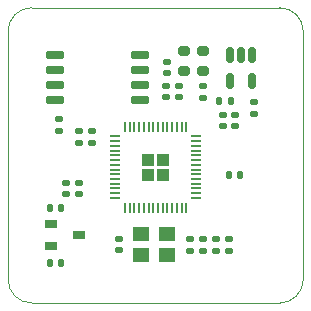
<source format=gtp>
G04 #@! TF.GenerationSoftware,KiCad,Pcbnew,(6.99.0-1912-g359c99991b)*
G04 #@! TF.CreationDate,2022-08-15T10:18:15+07:00*
G04 #@! TF.ProjectId,rp2040_bento,72703230-3430-45f6-9265-6e746f2e6b69,1*
G04 #@! TF.SameCoordinates,Original*
G04 #@! TF.FileFunction,Paste,Top*
G04 #@! TF.FilePolarity,Positive*
%FSLAX46Y46*%
G04 Gerber Fmt 4.6, Leading zero omitted, Abs format (unit mm)*
G04 Created by KiCad (PCBNEW (6.99.0-1912-g359c99991b)) date 2022-08-15 10:18:15*
%MOMM*%
%LPD*%
G01*
G04 APERTURE LIST*
G04 Aperture macros list*
%AMRoundRect*
0 Rectangle with rounded corners*
0 $1 Rounding radius*
0 $2 $3 $4 $5 $6 $7 $8 $9 X,Y pos of 4 corners*
0 Add a 4 corners polygon primitive as box body*
4,1,4,$2,$3,$4,$5,$6,$7,$8,$9,$2,$3,0*
0 Add four circle primitives for the rounded corners*
1,1,$1+$1,$2,$3*
1,1,$1+$1,$4,$5*
1,1,$1+$1,$6,$7*
1,1,$1+$1,$8,$9*
0 Add four rect primitives between the rounded corners*
20,1,$1+$1,$2,$3,$4,$5,0*
20,1,$1+$1,$4,$5,$6,$7,0*
20,1,$1+$1,$6,$7,$8,$9,0*
20,1,$1+$1,$8,$9,$2,$3,0*%
G04 Aperture macros list end*
%ADD10RoundRect,0.150000X-0.650000X-0.150000X0.650000X-0.150000X0.650000X0.150000X-0.650000X0.150000X0*%
%ADD11RoundRect,0.140000X-0.170000X0.140000X-0.170000X-0.140000X0.170000X-0.140000X0.170000X0.140000X0*%
%ADD12RoundRect,0.140000X0.170000X-0.140000X0.170000X0.140000X-0.170000X0.140000X-0.170000X-0.140000X0*%
%ADD13RoundRect,0.200000X0.275000X-0.200000X0.275000X0.200000X-0.275000X0.200000X-0.275000X-0.200000X0*%
%ADD14RoundRect,0.140000X0.140000X0.170000X-0.140000X0.170000X-0.140000X-0.170000X0.140000X-0.170000X0*%
%ADD15RoundRect,0.135000X-0.135000X-0.185000X0.135000X-0.185000X0.135000X0.185000X-0.135000X0.185000X0*%
%ADD16R,1.000000X0.800000*%
%ADD17RoundRect,0.250000X-0.292217X-0.292217X0.292217X-0.292217X0.292217X0.292217X-0.292217X0.292217X0*%
%ADD18RoundRect,0.050000X-0.387500X-0.050000X0.387500X-0.050000X0.387500X0.050000X-0.387500X0.050000X0*%
%ADD19RoundRect,0.050000X-0.050000X-0.387500X0.050000X-0.387500X0.050000X0.387500X-0.050000X0.387500X0*%
%ADD20R,1.400000X1.200000*%
%ADD21RoundRect,0.150000X-0.150000X0.512500X-0.150000X-0.512500X0.150000X-0.512500X0.150000X0.512500X0*%
%ADD22RoundRect,0.135000X-0.185000X0.135000X-0.185000X-0.135000X0.185000X-0.135000X0.185000X0.135000X0*%
%ADD23RoundRect,0.140000X-0.140000X-0.170000X0.140000X-0.170000X0.140000X0.170000X-0.140000X0.170000X0*%
G04 #@! TA.AperFunction,Profile*
%ADD24C,0.100000*%
G04 #@! TD*
G04 APERTURE END LIST*
D10*
X11200000Y-3995000D03*
X11200000Y-5265000D03*
X11200000Y-6535000D03*
X11200000Y-7805000D03*
X4000000Y-7805000D03*
X4000000Y-6535000D03*
X4000000Y-5265000D03*
X4000000Y-3995000D03*
D11*
X7150000Y-10470000D03*
X7150000Y-11430000D03*
X13500000Y-4570000D03*
X13500000Y-5530000D03*
X17650000Y-19620000D03*
X17650000Y-20580000D03*
D12*
X18200000Y-10030000D03*
X18200000Y-9070000D03*
D13*
X14900000Y-5325000D03*
X14900000Y-3675000D03*
D14*
X4480000Y-21600000D03*
X3520000Y-21600000D03*
D15*
X17840000Y-7900000D03*
X18860000Y-7900000D03*
D16*
X3649999Y-18300000D03*
X3649999Y-20199999D03*
X6049999Y-19249999D03*
D11*
X6050000Y-14820000D03*
X6050000Y-15780000D03*
D17*
X11862500Y-12862500D03*
X11862500Y-14137500D03*
X13137500Y-12862500D03*
X13137500Y-14137500D03*
D18*
X9062500Y-10900000D03*
X9062500Y-11300000D03*
X9062500Y-11700000D03*
X9062500Y-12100000D03*
X9062500Y-12500000D03*
X9062500Y-12900000D03*
X9062500Y-13300000D03*
X9062500Y-13700000D03*
X9062500Y-14100000D03*
X9062500Y-14500000D03*
X9062500Y-14900000D03*
X9062500Y-15300000D03*
X9062500Y-15700000D03*
X9062500Y-16100000D03*
D19*
X9900000Y-16937500D03*
X10300000Y-16937500D03*
X10700000Y-16937500D03*
X11100000Y-16937500D03*
X11500000Y-16937500D03*
X11900000Y-16937500D03*
X12300000Y-16937500D03*
X12700000Y-16937500D03*
X13100000Y-16937500D03*
X13500000Y-16937500D03*
X13900000Y-16937500D03*
X14300000Y-16937500D03*
X14700000Y-16937500D03*
X15100000Y-16937500D03*
D18*
X15937500Y-16100000D03*
X15937500Y-15700000D03*
X15937500Y-15300000D03*
X15937500Y-14900000D03*
X15937500Y-14500000D03*
X15937500Y-14100000D03*
X15937500Y-13700000D03*
X15937500Y-13300000D03*
X15937500Y-12900000D03*
X15937500Y-12500000D03*
X15937500Y-12100000D03*
X15937500Y-11700000D03*
X15937500Y-11300000D03*
X15937500Y-10900000D03*
D19*
X15100000Y-10062500D03*
X14700000Y-10062500D03*
X14300000Y-10062500D03*
X13900000Y-10062500D03*
X13500000Y-10062500D03*
X13100000Y-10062500D03*
X12700000Y-10062500D03*
X12300000Y-10062500D03*
X11900000Y-10062500D03*
X11500000Y-10062500D03*
X11100000Y-10062500D03*
X10700000Y-10062500D03*
X10300000Y-10062500D03*
X9900000Y-10062500D03*
D20*
X13499999Y-19199999D03*
X11299999Y-19199999D03*
X11299999Y-20899999D03*
X13499999Y-20899999D03*
D12*
X19250000Y-10030000D03*
X19250000Y-9070000D03*
D21*
X20700000Y-3962500D03*
X19750000Y-3962500D03*
X18800000Y-3962500D03*
X18800000Y-6237500D03*
X20700000Y-6237500D03*
D13*
X16500000Y-5325000D03*
X16500000Y-3675000D03*
D12*
X14500000Y-7580000D03*
X14500000Y-6620000D03*
X16550000Y-20580000D03*
X16550000Y-19620000D03*
D14*
X4480000Y-16950000D03*
X3520000Y-16950000D03*
D11*
X6050000Y-10470000D03*
X6050000Y-11430000D03*
X20800000Y-8020000D03*
X20800000Y-8980000D03*
D12*
X9400000Y-20530000D03*
X9400000Y-19570000D03*
D11*
X18750000Y-19620000D03*
X18750000Y-20580000D03*
X4950000Y-14820000D03*
X4950000Y-15780000D03*
D12*
X13400000Y-7580000D03*
X13400000Y-6620000D03*
D22*
X15450000Y-19590000D03*
X15450000Y-20610000D03*
D23*
X18670000Y-14150000D03*
X19630000Y-14150000D03*
D22*
X4300000Y-9390000D03*
X4300000Y-10410000D03*
D12*
X16500000Y-7630000D03*
X16500000Y-6670000D03*
D24*
X2000000Y0D02*
X23000000Y0D01*
X25000000Y-2000000D02*
G75*
G03*
X23000000Y0I-2000000J0D01*
G01*
X2000000Y0D02*
G75*
G03*
X0Y-2000000I-1J-1999999D01*
G01*
X23000000Y-25000000D02*
G75*
G03*
X25000000Y-23000000I0J2000000D01*
G01*
X25000000Y-2000000D02*
X25000000Y-23000000D01*
X2000000Y-25000000D02*
X23000000Y-25000000D01*
X0Y-23000000D02*
G75*
G03*
X2000000Y-25000000I1999995J-5D01*
G01*
X0Y-23000000D02*
X0Y-2000000D01*
M02*

</source>
